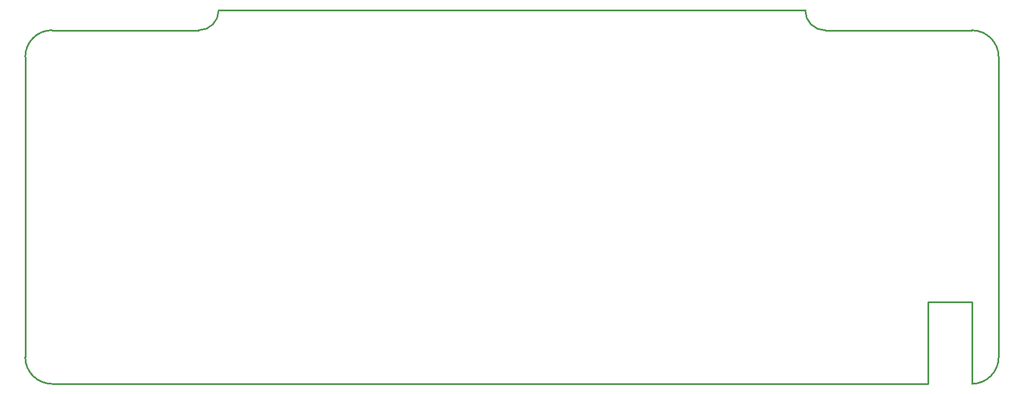
<source format=gko>
%FSLAX25Y25*%
%MOIN*%
G70*
G01*
G75*
G04 Layer_Color=16711935*
%ADD10R,0.04331X0.03937*%
%ADD11R,0.05000X0.04000*%
%ADD12R,0.03937X0.02756*%
%ADD13R,0.04000X0.03500*%
%ADD14R,0.04000X0.05000*%
%ADD15R,0.02756X0.03937*%
%ADD16R,0.03500X0.04000*%
%ADD17R,0.05906X0.04724*%
%ADD18R,0.06496X0.06299*%
%ADD19O,0.07874X0.02362*%
%ADD20O,0.06693X0.01378*%
%ADD21R,0.03543X0.02559*%
%ADD22C,0.06063*%
%ADD23R,0.06299X0.06496*%
%ADD24R,0.03347X0.02362*%
%ADD25R,0.02362X0.03347*%
%ADD26R,0.18504X0.07874*%
%ADD27R,0.01575X0.03937*%
%ADD28R,0.01181X0.04724*%
%ADD29R,0.03937X0.04331*%
%ADD30R,0.10827X0.03937*%
%ADD31C,0.01000*%
%ADD32C,0.00700*%
%ADD33C,0.01200*%
%ADD34C,0.06000*%
%ADD35C,0.02000*%
%ADD36C,0.04000*%
%ADD37C,0.03000*%
%ADD38R,0.18110X0.12598*%
%ADD39R,0.27559X0.09055*%
%ADD40R,0.27953X0.09449*%
%ADD41R,0.11417X0.12992*%
%ADD42R,0.05906X0.07874*%
%ADD43R,0.05906X0.05906*%
%ADD44C,0.05906*%
%ADD45C,0.11811*%
%ADD46C,0.07874*%
%ADD47C,0.02400*%
%ADD48C,0.06693*%
%ADD49C,0.04724*%
%ADD50C,0.05512*%
%ADD51C,0.03937*%
%ADD52C,0.04000*%
%ADD53R,0.05000X0.12000*%
%ADD54O,0.09843X0.05906*%
%ADD55R,0.07677X0.05512*%
%ADD56R,0.03150X0.06299*%
%ADD57R,0.03347X0.06299*%
%ADD58R,0.06299X0.13780*%
%ADD59R,0.05906X0.12205*%
%ADD60R,0.05512X0.13780*%
%ADD61R,0.04724X0.12205*%
%ADD62O,0.01378X0.06693*%
%ADD63R,0.02559X0.04331*%
%ADD64R,0.14567X0.05906*%
%ADD65R,0.07087X0.09449*%
%ADD66R,0.07087X0.07480*%
%ADD67R,0.01575X0.05906*%
%ADD68R,0.00984X0.02756*%
%ADD69R,0.05512X0.00984*%
%ADD70R,0.02756X0.00984*%
G04:AMPARAMS|DCode=71|XSize=27.56mil|YSize=9.84mil|CornerRadius=3.69mil|HoleSize=0mil|Usage=FLASHONLY|Rotation=0.000|XOffset=0mil|YOffset=0mil|HoleType=Round|Shape=RoundedRectangle|*
%AMROUNDEDRECTD71*
21,1,0.02756,0.00246,0,0,0.0*
21,1,0.02018,0.00984,0,0,0.0*
1,1,0.00738,0.01009,-0.00123*
1,1,0.00738,-0.01009,-0.00123*
1,1,0.00738,-0.01009,0.00123*
1,1,0.00738,0.01009,0.00123*
%
%ADD71ROUNDEDRECTD71*%
%ADD72R,0.04724X0.02362*%
%ADD73R,0.13780X0.04724*%
%ADD74R,0.13386X0.07874*%
%ADD75R,0.01378X0.11811*%
%ADD76R,0.11811X0.12598*%
%ADD77R,0.07874X0.18504*%
%ADD78R,0.07874X0.05512*%
%ADD79R,0.05512X0.02362*%
%ADD80R,0.05512X0.02953*%
%ADD81R,0.03150X0.05118*%
%ADD82R,0.02362X0.04724*%
%ADD83R,0.06071X0.06000*%
%ADD84R,0.06000X0.06000*%
%ADD85C,0.01258*%
%ADD86C,0.00787*%
%ADD87C,0.00500*%
%ADD88C,0.00984*%
%ADD89C,0.02362*%
%ADD90C,0.00780*%
%ADD91C,0.00600*%
%ADD92C,0.00800*%
%ADD93R,0.12050X0.04000*%
%ADD94R,0.04000X0.12050*%
%ADD95R,0.07480X0.11811*%
%ADD96R,0.11811X0.07480*%
%ADD97R,0.05131X0.04737*%
%ADD98R,0.05800X0.04800*%
%ADD99R,0.04737X0.03556*%
%ADD100R,0.04800X0.04300*%
%ADD101R,0.04800X0.05800*%
%ADD102R,0.03556X0.04737*%
%ADD103R,0.04300X0.04800*%
%ADD104R,0.06706X0.05524*%
%ADD105R,0.07296X0.07099*%
%ADD106O,0.08674X0.03162*%
%ADD107O,0.07493X0.02178*%
%ADD108R,0.04343X0.03359*%
%ADD109C,0.06863*%
%ADD110R,0.07099X0.07296*%
%ADD111R,0.04147X0.03162*%
%ADD112R,0.03162X0.04147*%
%ADD113R,0.19304X0.08674*%
%ADD114R,0.02375X0.04737*%
%ADD115R,0.01981X0.05524*%
%ADD116R,0.04737X0.05131*%
%ADD117R,0.11627X0.04737*%
%ADD118R,0.06706X0.08674*%
%ADD119R,0.06706X0.06706*%
%ADD120C,0.06706*%
%ADD121C,0.12611*%
%ADD122C,0.08674*%
%ADD123R,0.05800X0.12800*%
%ADD124O,0.10642X0.06706*%
%ADD125R,0.08477X0.06312*%
%ADD126R,0.03950X0.07099*%
%ADD127R,0.04147X0.07099*%
%ADD128R,0.07099X0.14579*%
%ADD129R,0.06706X0.13005*%
%ADD130R,0.06312X0.14579*%
%ADD131R,0.05524X0.13005*%
%ADD132O,0.02178X0.07493*%
%ADD133R,0.03359X0.05131*%
%ADD134R,0.15367X0.06706*%
%ADD135R,0.07887X0.10249*%
%ADD136R,0.07887X0.08280*%
%ADD137R,0.02375X0.06706*%
%ADD138R,0.01784X0.03556*%
%ADD139R,0.06312X0.01784*%
%ADD140R,0.03556X0.01784*%
G04:AMPARAMS|DCode=141|XSize=35.56mil|YSize=17.84mil|CornerRadius=7.69mil|HoleSize=0mil|Usage=FLASHONLY|Rotation=0.000|XOffset=0mil|YOffset=0mil|HoleType=Round|Shape=RoundedRectangle|*
%AMROUNDEDRECTD141*
21,1,0.03556,0.00246,0,0,0.0*
21,1,0.02018,0.01784,0,0,0.0*
1,1,0.01538,0.01009,-0.00123*
1,1,0.01538,-0.01009,-0.00123*
1,1,0.01538,-0.01009,0.00123*
1,1,0.01538,0.01009,0.00123*
%
%ADD141ROUNDEDRECTD141*%
%ADD142R,0.05524X0.03162*%
%ADD143R,0.14579X0.05524*%
%ADD144R,0.14186X0.08674*%
%ADD145R,0.02178X0.12611*%
%ADD146R,0.12611X0.13398*%
%ADD147R,0.08674X0.19304*%
%ADD148R,0.08674X0.06312*%
%ADD149R,0.06312X0.03162*%
%ADD150R,0.06312X0.03753*%
%ADD151R,0.03950X0.05918*%
%ADD152R,0.03162X0.05524*%
%ADD153R,0.06871X0.06800*%
%ADD154R,0.06800X0.06800*%
%ADD155C,0.00598*%
%ADD156C,0.01969*%
%ADD157R,0.04724X0.07874*%
%ADD158C,0.00394*%
%ADD159C,0.00492*%
D31*
X-287402Y-94488D02*
G03*
X-271654Y-110236I15748J0D01*
G01*
X271654D02*
G03*
X287402Y-94488I0J15748D01*
G01*
X173165Y110299D02*
G03*
X184976Y98488I11811J0D01*
G01*
X-184976D02*
G03*
X-173165Y110299I0J11811D01*
G01*
X-271654Y98551D02*
G03*
X-287402Y82803I0J-15748D01*
G01*
X287402Y82740D02*
G03*
X271654Y98488I-15748J0D01*
G01*
X-287402Y-94488D02*
Y82803D01*
X-271654Y-110236D02*
X245769D01*
X287402Y-94488D02*
Y82740D01*
X184976Y98488D02*
X271654D01*
X-271654Y98551D02*
X-184976D01*
X-173228Y110236D02*
X173228D01*
X271754Y-110224D02*
Y-61798D01*
X245769Y-110224D02*
Y-61798D01*
X271754D01*
D159*
X-19685Y-110402D02*
X19685D01*
M02*

</source>
